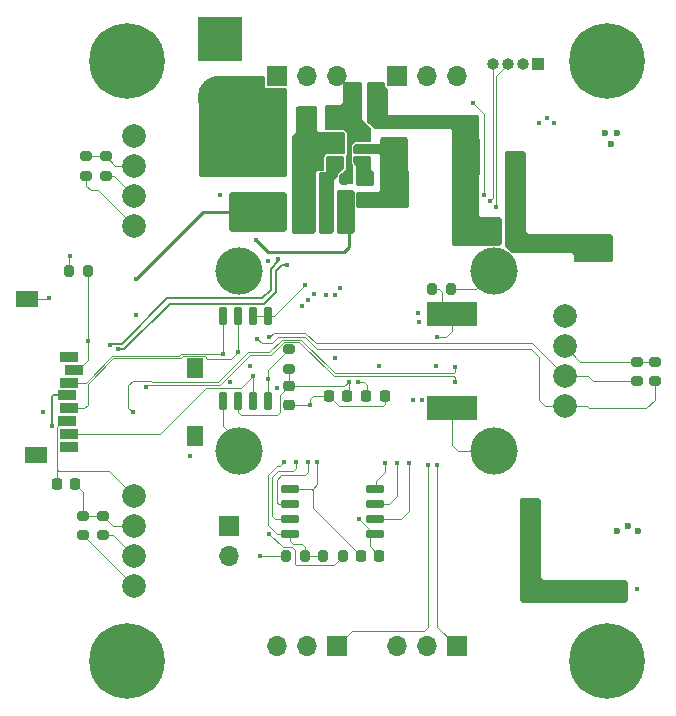
<source format=gbl>
G04 #@! TF.GenerationSoftware,KiCad,Pcbnew,7.0.7*
G04 #@! TF.CreationDate,2024-02-08T13:12:57-05:00*
G04 #@! TF.ProjectId,UMRT_FC_R2,554d5254-5f46-4435-9f52-322e6b696361,rev?*
G04 #@! TF.SameCoordinates,Original*
G04 #@! TF.FileFunction,Copper,L4,Bot*
G04 #@! TF.FilePolarity,Positive*
%FSLAX46Y46*%
G04 Gerber Fmt 4.6, Leading zero omitted, Abs format (unit mm)*
G04 Created by KiCad (PCBNEW 7.0.7) date 2024-02-08 13:12:57*
%MOMM*%
%LPD*%
G01*
G04 APERTURE LIST*
G04 Aperture macros list*
%AMRoundRect*
0 Rectangle with rounded corners*
0 $1 Rounding radius*
0 $2 $3 $4 $5 $6 $7 $8 $9 X,Y pos of 4 corners*
0 Add a 4 corners polygon primitive as box body*
4,1,4,$2,$3,$4,$5,$6,$7,$8,$9,$2,$3,0*
0 Add four circle primitives for the rounded corners*
1,1,$1+$1,$2,$3*
1,1,$1+$1,$4,$5*
1,1,$1+$1,$6,$7*
1,1,$1+$1,$8,$9*
0 Add four rect primitives between the rounded corners*
20,1,$1+$1,$2,$3,$4,$5,0*
20,1,$1+$1,$4,$5,$6,$7,0*
20,1,$1+$1,$6,$7,$8,$9,0*
20,1,$1+$1,$8,$9,$2,$3,0*%
G04 Aperture macros list end*
G04 #@! TA.AperFunction,ComponentPad*
%ADD10R,1.700000X1.700000*%
G04 #@! TD*
G04 #@! TA.AperFunction,ComponentPad*
%ADD11O,1.700000X1.700000*%
G04 #@! TD*
G04 #@! TA.AperFunction,ComponentPad*
%ADD12C,4.000000*%
G04 #@! TD*
G04 #@! TA.AperFunction,ComponentPad*
%ADD13R,3.800000X3.800000*%
G04 #@! TD*
G04 #@! TA.AperFunction,ComponentPad*
%ADD14C,3.800000*%
G04 #@! TD*
G04 #@! TA.AperFunction,ComponentPad*
%ADD15C,0.800000*%
G04 #@! TD*
G04 #@! TA.AperFunction,ComponentPad*
%ADD16C,6.400000*%
G04 #@! TD*
G04 #@! TA.AperFunction,ComponentPad*
%ADD17R,1.000000X1.000000*%
G04 #@! TD*
G04 #@! TA.AperFunction,ComponentPad*
%ADD18O,1.000000X1.000000*%
G04 #@! TD*
G04 #@! TA.AperFunction,ComponentPad*
%ADD19C,2.000000*%
G04 #@! TD*
G04 #@! TA.AperFunction,SMDPad,CuDef*
%ADD20RoundRect,0.200000X-0.275000X0.200000X-0.275000X-0.200000X0.275000X-0.200000X0.275000X0.200000X0*%
G04 #@! TD*
G04 #@! TA.AperFunction,SMDPad,CuDef*
%ADD21R,4.200000X2.000000*%
G04 #@! TD*
G04 #@! TA.AperFunction,SMDPad,CuDef*
%ADD22RoundRect,0.150000X-0.650000X-0.150000X0.650000X-0.150000X0.650000X0.150000X-0.650000X0.150000X0*%
G04 #@! TD*
G04 #@! TA.AperFunction,SMDPad,CuDef*
%ADD23RoundRect,0.070000X0.630000X0.630000X-0.630000X0.630000X-0.630000X-0.630000X0.630000X-0.630000X0*%
G04 #@! TD*
G04 #@! TA.AperFunction,SMDPad,CuDef*
%ADD24RoundRect,0.168000X2.262000X1.512000X-2.262000X1.512000X-2.262000X-1.512000X2.262000X-1.512000X0*%
G04 #@! TD*
G04 #@! TA.AperFunction,SMDPad,CuDef*
%ADD25RoundRect,0.250000X0.250000X0.475000X-0.250000X0.475000X-0.250000X-0.475000X0.250000X-0.475000X0*%
G04 #@! TD*
G04 #@! TA.AperFunction,SMDPad,CuDef*
%ADD26RoundRect,0.200000X-0.200000X-0.275000X0.200000X-0.275000X0.200000X0.275000X-0.200000X0.275000X0*%
G04 #@! TD*
G04 #@! TA.AperFunction,SMDPad,CuDef*
%ADD27RoundRect,0.225000X0.225000X0.250000X-0.225000X0.250000X-0.225000X-0.250000X0.225000X-0.250000X0*%
G04 #@! TD*
G04 #@! TA.AperFunction,SMDPad,CuDef*
%ADD28RoundRect,0.225000X-0.225000X-0.250000X0.225000X-0.250000X0.225000X0.250000X-0.225000X0.250000X0*%
G04 #@! TD*
G04 #@! TA.AperFunction,SMDPad,CuDef*
%ADD29RoundRect,0.250000X-0.475000X0.250000X-0.475000X-0.250000X0.475000X-0.250000X0.475000X0.250000X0*%
G04 #@! TD*
G04 #@! TA.AperFunction,SMDPad,CuDef*
%ADD30RoundRect,0.200000X0.200000X0.275000X-0.200000X0.275000X-0.200000X-0.275000X0.200000X-0.275000X0*%
G04 #@! TD*
G04 #@! TA.AperFunction,SMDPad,CuDef*
%ADD31RoundRect,0.200000X0.275000X-0.200000X0.275000X0.200000X-0.275000X0.200000X-0.275000X-0.200000X0*%
G04 #@! TD*
G04 #@! TA.AperFunction,SMDPad,CuDef*
%ADD32RoundRect,0.235000X-0.940000X-1.465000X0.940000X-1.465000X0.940000X1.465000X-0.940000X1.465000X0*%
G04 #@! TD*
G04 #@! TA.AperFunction,SMDPad,CuDef*
%ADD33RoundRect,0.225000X0.250000X-0.225000X0.250000X0.225000X-0.250000X0.225000X-0.250000X-0.225000X0*%
G04 #@! TD*
G04 #@! TA.AperFunction,SMDPad,CuDef*
%ADD34RoundRect,0.150000X-0.512500X-0.150000X0.512500X-0.150000X0.512500X0.150000X-0.512500X0.150000X0*%
G04 #@! TD*
G04 #@! TA.AperFunction,SMDPad,CuDef*
%ADD35RoundRect,0.150000X0.150000X-0.650000X0.150000X0.650000X-0.150000X0.650000X-0.150000X-0.650000X0*%
G04 #@! TD*
G04 #@! TA.AperFunction,SMDPad,CuDef*
%ADD36RoundRect,0.250000X-0.250000X-0.475000X0.250000X-0.475000X0.250000X0.475000X-0.250000X0.475000X0*%
G04 #@! TD*
G04 #@! TA.AperFunction,SMDPad,CuDef*
%ADD37R,1.498600X0.812800*%
G04 #@! TD*
G04 #@! TA.AperFunction,SMDPad,CuDef*
%ADD38R,1.905000X1.397000*%
G04 #@! TD*
G04 #@! TA.AperFunction,SMDPad,CuDef*
%ADD39R,1.397000X1.803400*%
G04 #@! TD*
G04 #@! TA.AperFunction,ViaPad*
%ADD40C,0.400000*%
G04 #@! TD*
G04 #@! TA.AperFunction,ViaPad*
%ADD41C,0.600000*%
G04 #@! TD*
G04 #@! TA.AperFunction,Conductor*
%ADD42C,0.090000*%
G04 #@! TD*
G04 #@! TA.AperFunction,Conductor*
%ADD43C,0.254000*%
G04 #@! TD*
G04 #@! TA.AperFunction,Conductor*
%ADD44C,0.127000*%
G04 #@! TD*
G04 #@! TA.AperFunction,Conductor*
%ADD45C,0.200000*%
G04 #@! TD*
G04 APERTURE END LIST*
D10*
X134620000Y-138430000D03*
D11*
X132080000Y-138430000D03*
X129540000Y-138430000D03*
D10*
X124460000Y-138430000D03*
D11*
X121920000Y-138430000D03*
X119380000Y-138430000D03*
D10*
X129540000Y-90170000D03*
D11*
X132080000Y-90170000D03*
X134620000Y-90170000D03*
D10*
X119380000Y-90170000D03*
D11*
X121920000Y-90170000D03*
X124460000Y-90170000D03*
D12*
X116205000Y-106680000D03*
X116205000Y-121920000D03*
X137795000Y-106680000D03*
X137795000Y-121920000D03*
D13*
X114554000Y-87035000D03*
D14*
X114554000Y-92035000D03*
D15*
X144920000Y-88900000D03*
X145622944Y-87202944D03*
X145622944Y-90597056D03*
X147320000Y-86500000D03*
D16*
X147320000Y-88900000D03*
D15*
X147320000Y-91300000D03*
X149017056Y-87202944D03*
X149017056Y-90597056D03*
X149720000Y-88900000D03*
D17*
X141478000Y-89154000D03*
D18*
X140208000Y-89154000D03*
X138938000Y-89154000D03*
X137668000Y-89154000D03*
D10*
X115316000Y-128265000D03*
D11*
X115316000Y-130805000D03*
D19*
X107315000Y-95250000D03*
X107315000Y-97790000D03*
X107315000Y-100330000D03*
X107315000Y-102870000D03*
D15*
X144920000Y-139700000D03*
X145622944Y-138002944D03*
X145622944Y-141397056D03*
X147320000Y-137300000D03*
D16*
X147320000Y-139700000D03*
D15*
X147320000Y-142100000D03*
X149017056Y-138002944D03*
X149017056Y-141397056D03*
X149720000Y-139700000D03*
D19*
X143764000Y-110490000D03*
X143764000Y-113030000D03*
X143764000Y-115570000D03*
X143764000Y-118110000D03*
D15*
X104280000Y-139700000D03*
X104982944Y-138002944D03*
X104982944Y-141397056D03*
X106680000Y-137300000D03*
D16*
X106680000Y-139700000D03*
D15*
X106680000Y-142100000D03*
X108377056Y-138002944D03*
X108377056Y-141397056D03*
X109080000Y-139700000D03*
X104280000Y-88900000D03*
X104982944Y-87202944D03*
X104982944Y-90597056D03*
X106680000Y-86500000D03*
D16*
X106680000Y-88900000D03*
D15*
X106680000Y-91300000D03*
X108377056Y-87202944D03*
X108377056Y-90597056D03*
X109080000Y-88900000D03*
D19*
X107315000Y-125730000D03*
X107315000Y-128270000D03*
X107315000Y-130810000D03*
X107315000Y-133350000D03*
D20*
X149860000Y-114364000D03*
X149860000Y-116014000D03*
D21*
X134239000Y-110300000D03*
X134239000Y-118300000D03*
D22*
X120543000Y-128905000D03*
X120543000Y-127635000D03*
X120543000Y-126365000D03*
X120543000Y-125095000D03*
X127743000Y-125095000D03*
X127743000Y-126365000D03*
X127743000Y-127635000D03*
X127743000Y-128905000D03*
D20*
X151384000Y-114364000D03*
X151384000Y-116014000D03*
D23*
X121793000Y-102551000D03*
X121793000Y-100711000D03*
D24*
X117813000Y-101631000D03*
D25*
X127569000Y-91506000D03*
X125669000Y-91506000D03*
D23*
X121793000Y-97852000D03*
X121793000Y-96012000D03*
D24*
X117813000Y-96932000D03*
D26*
X101791000Y-106680000D03*
X103441000Y-106680000D03*
D27*
X128093000Y-130810000D03*
X126543000Y-130810000D03*
D28*
X126987000Y-117221000D03*
X128537000Y-117221000D03*
D20*
X102997000Y-127382000D03*
X102997000Y-129032000D03*
D29*
X126873000Y-98872000D03*
X126873000Y-100772000D03*
D26*
X120143000Y-130810000D03*
X121793000Y-130810000D03*
D25*
X125435000Y-102682000D03*
X123535000Y-102682000D03*
D30*
X134175000Y-108204000D03*
X132525000Y-108204000D03*
D27*
X125349000Y-117221000D03*
X123799000Y-117221000D03*
D31*
X120396000Y-114934000D03*
X120396000Y-113284000D03*
D20*
X104902000Y-96965000D03*
X104902000Y-98615000D03*
X104648000Y-127382000D03*
X104648000Y-129032000D03*
D30*
X125095750Y-100523000D03*
X123445750Y-100523000D03*
D32*
X129334000Y-97028000D03*
X135384000Y-97028000D03*
D33*
X120396000Y-117996000D03*
X120396000Y-116446000D03*
D34*
X124338500Y-97282000D03*
X124338500Y-96332000D03*
X124338500Y-95382000D03*
X126613500Y-95382000D03*
X126613500Y-96332000D03*
X126613500Y-97282000D03*
D35*
X118618000Y-117646000D03*
X117348000Y-117646000D03*
X116078000Y-117646000D03*
X114808000Y-117646000D03*
X114808000Y-110446000D03*
X116078000Y-110446000D03*
X117348000Y-110446000D03*
X118618000Y-110446000D03*
D27*
X102311000Y-124714000D03*
X100761000Y-124714000D03*
D26*
X123318000Y-130810000D03*
X124968000Y-130810000D03*
D36*
X122113000Y-93538000D03*
X124013000Y-93538000D03*
D25*
X127569000Y-93538000D03*
X125669000Y-93538000D03*
D26*
X123445750Y-98872000D03*
X125095750Y-98872000D03*
D20*
X103251000Y-96965000D03*
X103251000Y-98615000D03*
D37*
X101834127Y-113924972D03*
X102240527Y-115017172D03*
X101834127Y-116109372D03*
X101630927Y-117201572D03*
X101834127Y-118293772D03*
X101630927Y-119385972D03*
X101834127Y-120478172D03*
X101834127Y-121570372D03*
D38*
X98285300Y-109004100D03*
X99006617Y-122247742D03*
D39*
X112471200Y-114922300D03*
X112471200Y-120637300D03*
D40*
X136017000Y-92456000D03*
X99568000Y-118618000D03*
X122809000Y-122809000D03*
X117094000Y-114681000D03*
X132842000Y-114681000D03*
X100076000Y-108966000D03*
X142240000Y-93726000D03*
X124333000Y-114046000D03*
X112014000Y-122301000D03*
X122174000Y-117983000D03*
X131445000Y-110998000D03*
X141605000Y-94107000D03*
X142875000Y-94107000D03*
X149860000Y-133604000D03*
D41*
X149987000Y-128651000D03*
X147193000Y-94996000D03*
X149098000Y-128270000D03*
X148209000Y-128651000D03*
X148209000Y-94996000D03*
X147701000Y-95885000D03*
D40*
X132969000Y-112268000D03*
X126238000Y-116078000D03*
X137160000Y-103505000D03*
X138176000Y-102489000D03*
X100330000Y-119761000D03*
X137160000Y-102489000D03*
X131318000Y-110236000D03*
X136144000Y-102489000D03*
X117983000Y-130810000D03*
X121793000Y-107823000D03*
X136144000Y-103505000D03*
X114554000Y-100203000D03*
X136652000Y-102997000D03*
X128016000Y-114681000D03*
X126365000Y-127635000D03*
X125476000Y-116078000D03*
X107442000Y-110363000D03*
X137668000Y-102997000D03*
X101854000Y-105410000D03*
X138176000Y-103505000D03*
X117602000Y-104013000D03*
X120269000Y-106172000D03*
X105918000Y-113284000D03*
X119507000Y-105664000D03*
X105283000Y-112903000D03*
X120015000Y-122809000D03*
X121539000Y-109601000D03*
X107442000Y-107315000D03*
X118745000Y-112268000D03*
X117729000Y-112395000D03*
X115443000Y-116078000D03*
X103428800Y-112572800D03*
X118618000Y-115824000D03*
X116078000Y-113538000D03*
X114808000Y-113665000D03*
X117348000Y-115570000D03*
X130937000Y-117602000D03*
X137414000Y-100711000D03*
X137922000Y-101219000D03*
X131699000Y-117602000D03*
X108331000Y-116459000D03*
X134493000Y-116078000D03*
X134493000Y-114808000D03*
X107188000Y-118618000D03*
X130556000Y-122936000D03*
X124714000Y-108077000D03*
X124333000Y-108712000D03*
X129540000Y-122936000D03*
X128524000Y-122936000D03*
X123571000Y-108712000D03*
X122047000Y-122809000D03*
X122555000Y-108585000D03*
X121031000Y-122809000D03*
X122047000Y-109093000D03*
X118745000Y-128905000D03*
X119380000Y-116586000D03*
X118618000Y-105791000D03*
X141351000Y-127254000D03*
X140335000Y-127254000D03*
X141351000Y-126238000D03*
D41*
X148336000Y-133350000D03*
X148336000Y-134366000D03*
D40*
X140843000Y-126746000D03*
X140335000Y-126238000D03*
X139065000Y-97917000D03*
X139573000Y-97409000D03*
D41*
X147320000Y-104267000D03*
X147320000Y-105410000D03*
D40*
X140081000Y-97917000D03*
X132207000Y-123063000D03*
X132969000Y-123063000D03*
X136906000Y-100203000D03*
D42*
X101288027Y-119385972D02*
X101630927Y-119385972D01*
X100761000Y-123571000D02*
X100761000Y-123444000D01*
X120396000Y-117996000D02*
X122161000Y-117996000D01*
X100888000Y-123571000D02*
X100761000Y-123698000D01*
X122428000Y-125095000D02*
X122809000Y-124714000D01*
X134175000Y-108204000D02*
X136271000Y-108204000D01*
X114808000Y-119761000D02*
X116205000Y-121158000D01*
X134239000Y-118300000D02*
X134239000Y-121412000D01*
X100965000Y-123571000D02*
X100888000Y-123571000D01*
X122161000Y-117996000D02*
X122174000Y-117983000D01*
X105156000Y-123571000D02*
X100965000Y-123571000D01*
X126543000Y-130810000D02*
X122428000Y-126695000D01*
X122809000Y-124714000D02*
X122809000Y-122809000D01*
X122428000Y-126695000D02*
X122428000Y-125222000D01*
X100761000Y-124714000D02*
X100761000Y-123698000D01*
X122428000Y-117221000D02*
X123799000Y-117221000D01*
X122301000Y-125095000D02*
X122428000Y-125095000D01*
X98285300Y-109004100D02*
X100037900Y-109004100D01*
X100888000Y-123571000D02*
X100761000Y-123444000D01*
X100761000Y-119912999D02*
X101288027Y-119385972D01*
X100761000Y-123444000D02*
X100761000Y-119912999D01*
X124688000Y-118110000D02*
X123799000Y-117221000D01*
X128537000Y-117970000D02*
X128397000Y-118110000D01*
X128397000Y-118110000D02*
X124688000Y-118110000D01*
X107315000Y-125730000D02*
X105156000Y-123571000D01*
X122428000Y-125222000D02*
X122428000Y-125095000D01*
X136271000Y-108204000D02*
X137795000Y-106680000D01*
X100761000Y-123698000D02*
X100761000Y-123571000D01*
X134747000Y-121920000D02*
X137795000Y-121920000D01*
X100037900Y-109004100D02*
X100076000Y-108966000D01*
X122174000Y-117983000D02*
X122174000Y-117475000D01*
X114808000Y-117646000D02*
X114808000Y-119761000D01*
X100114100Y-109004100D02*
X100164900Y-109004100D01*
X100965000Y-123571000D02*
X100761000Y-123571000D01*
X128537000Y-117221000D02*
X128537000Y-117970000D01*
X134239000Y-121412000D02*
X134747000Y-121920000D01*
X122174000Y-117475000D02*
X122428000Y-117221000D01*
X120543000Y-125095000D02*
X122301000Y-125095000D01*
X116205000Y-121158000D02*
X116205000Y-121920000D01*
X100076000Y-108966000D02*
X100114100Y-109004100D01*
X122301000Y-125095000D02*
X122428000Y-125222000D01*
X132525000Y-108204000D02*
X133096000Y-108204000D01*
X133350000Y-109411000D02*
X134239000Y-110300000D01*
X134239000Y-110300000D02*
X134239000Y-111760000D01*
X133096000Y-108204000D02*
X133350000Y-108458000D01*
X134239000Y-111760000D02*
X133731000Y-112268000D01*
X133731000Y-112268000D02*
X132969000Y-112268000D01*
X133350000Y-108458000D02*
X133350000Y-109411000D01*
X126238000Y-116078000D02*
X126746000Y-116078000D01*
X127000000Y-117208000D02*
X126987000Y-117221000D01*
X127000000Y-116332000D02*
X127000000Y-117208000D01*
X126746000Y-116078000D02*
X127000000Y-116332000D01*
X101791000Y-105347000D02*
X101791000Y-105346000D01*
X119634000Y-117208000D02*
X120396000Y-116446000D01*
X120143000Y-130810000D02*
X117983000Y-130810000D01*
X127743000Y-128905000D02*
X127635000Y-128905000D01*
X102997000Y-125400000D02*
X102997000Y-127382000D01*
X125108000Y-116446000D02*
X125476000Y-116078000D01*
X101854000Y-105410000D02*
X101791000Y-105347000D01*
X119380000Y-118872000D02*
X119634000Y-118618000D01*
X116332000Y-118872000D02*
X119380000Y-118872000D01*
X149860000Y-114364000D02*
X145098000Y-114364000D01*
X125476000Y-117094000D02*
X125349000Y-117221000D01*
X127254000Y-129971000D02*
X128093000Y-130810000D01*
X145098000Y-114364000D02*
X143764000Y-113030000D01*
X127254000Y-129032000D02*
X127254000Y-129971000D01*
X104648000Y-127382000D02*
X105536000Y-128270000D01*
X101791000Y-105346000D02*
X101854000Y-105283000D01*
X120649000Y-114681000D02*
X120396000Y-114934000D01*
X103251000Y-96965000D02*
X104902000Y-96965000D01*
X119634000Y-118618000D02*
X119634000Y-117208000D01*
D43*
X125476000Y-104648000D02*
X125095000Y-105029000D01*
D42*
X101791000Y-106680000D02*
X101791000Y-105473000D01*
X116078000Y-118618000D02*
X116332000Y-118872000D01*
X104902000Y-96965000D02*
X105727000Y-97790000D01*
X127743000Y-128905000D02*
X127381000Y-128905000D01*
X127381000Y-128905000D02*
X127254000Y-129032000D01*
X125435000Y-102682000D02*
X125476000Y-102723000D01*
X125476000Y-116078000D02*
X125476000Y-117094000D01*
X105727000Y-97790000D02*
X107315000Y-97790000D01*
D43*
X125095000Y-105029000D02*
X118618000Y-105029000D01*
D42*
X120396000Y-116446000D02*
X120396000Y-114934000D01*
X101791000Y-105473000D02*
X101854000Y-105410000D01*
D43*
X118618000Y-105029000D02*
X117602000Y-104013000D01*
D42*
X105536000Y-128270000D02*
X107315000Y-128270000D01*
X118618000Y-110446000D02*
X119170000Y-110446000D01*
X151384000Y-114364000D02*
X149860000Y-114364000D01*
X116078000Y-117646000D02*
X116078000Y-118618000D01*
D44*
X100476428Y-117201572D02*
X100330000Y-117348000D01*
D42*
X127635000Y-128905000D02*
X126365000Y-127635000D01*
X102311000Y-124714000D02*
X102997000Y-125400000D01*
D44*
X100330000Y-117348000D02*
X100330000Y-119761000D01*
D42*
X119170000Y-110446000D02*
X121793000Y-107823000D01*
X120396000Y-116446000D02*
X125108000Y-116446000D01*
D43*
X125476000Y-102723000D02*
X125476000Y-104648000D01*
D42*
X102997000Y-127382000D02*
X104648000Y-127382000D01*
D44*
X101630927Y-117201572D02*
X100476428Y-117201572D01*
D42*
X117348000Y-110446000D02*
X118618000Y-110446000D01*
D45*
X105918000Y-113284000D02*
X105960465Y-113268696D01*
X120269000Y-106172000D02*
X119825199Y-106172000D01*
X118330200Y-109445000D02*
X110329200Y-109445000D01*
X106505504Y-113268696D02*
X105991073Y-113268696D01*
X119825199Y-106172000D02*
X119351000Y-106646199D01*
X105960465Y-113268696D02*
X105975769Y-113268696D01*
X105991073Y-113268696D02*
X105918000Y-113284000D01*
X110329200Y-109445000D02*
X106505504Y-113268696D01*
X119351000Y-108424200D02*
X118330200Y-109445000D01*
X119351000Y-106646199D02*
X119351000Y-108424200D01*
X119507000Y-105853801D02*
X118901000Y-106459801D01*
X105975769Y-112818696D02*
X105367304Y-112818696D01*
X118143800Y-108995000D02*
X110142800Y-108995000D01*
X119507000Y-105664000D02*
X119507000Y-105853801D01*
X118901000Y-106459801D02*
X118901000Y-108237800D01*
X118901000Y-108237800D02*
X118143800Y-108995000D01*
X105367304Y-112818696D02*
X105283000Y-112903000D01*
X106319104Y-112818696D02*
X105975769Y-112818696D01*
X110142800Y-108995000D02*
X106319104Y-112818696D01*
D42*
X120777000Y-129794000D02*
X120523000Y-129540000D01*
X123318000Y-130810000D02*
X121793000Y-130810000D01*
X120523000Y-128925000D02*
X120543000Y-128905000D01*
X120543000Y-128905000D02*
X119380000Y-128905000D01*
X118618000Y-128143000D02*
X118618000Y-123952000D01*
X120523000Y-129540000D02*
X120523000Y-128925000D01*
X119380000Y-123190000D02*
X119634000Y-123190000D01*
X119634000Y-123190000D02*
X120015000Y-122809000D01*
X118618000Y-123952000D02*
X119380000Y-123190000D01*
X121793000Y-130048000D02*
X121539000Y-129794000D01*
X121793000Y-130810000D02*
X121793000Y-130048000D01*
X121539000Y-129794000D02*
X120777000Y-129794000D01*
X119380000Y-128905000D02*
X118618000Y-128143000D01*
D43*
X113126000Y-101631000D02*
X117813000Y-101631000D01*
X107442000Y-107315000D02*
X113126000Y-101631000D01*
D42*
X117813000Y-101631000D02*
X117717000Y-101727000D01*
X103632000Y-99822000D02*
X103251000Y-99441000D01*
X103251000Y-99441000D02*
X103251000Y-98615000D01*
X104267000Y-99822000D02*
X103632000Y-99822000D01*
X107315000Y-102870000D02*
X104267000Y-99822000D01*
X104902000Y-98615000D02*
X105600000Y-98615000D01*
X105600000Y-98615000D02*
X107315000Y-100330000D01*
X119126000Y-111887000D02*
X121793000Y-111887000D01*
X146211000Y-116014000D02*
X149860000Y-116014000D01*
X143764000Y-115570000D02*
X145767000Y-115570000D01*
X122682000Y-112776000D02*
X140970000Y-112776000D01*
X121793000Y-111887000D02*
X122682000Y-112776000D01*
X145767000Y-115570000D02*
X146211000Y-116014000D01*
X140970000Y-112776000D02*
X143764000Y-115570000D01*
X118745000Y-112268000D02*
X119126000Y-111887000D01*
X118110000Y-112776000D02*
X118999000Y-112776000D01*
X140956000Y-113270000D02*
X141605000Y-113919000D01*
X142113000Y-118110000D02*
X143764000Y-118110000D01*
X151384000Y-117602000D02*
X151384000Y-116014000D01*
X145849000Y-118290000D02*
X150696000Y-118290000D01*
X122795000Y-113270000D02*
X140956000Y-113270000D01*
X145669000Y-118110000D02*
X143764000Y-118110000D01*
X145669000Y-118110000D02*
X145849000Y-118290000D01*
X141605000Y-113919000D02*
X141605000Y-117602000D01*
X119634000Y-112268000D02*
X121793000Y-112268000D01*
X141605000Y-117602000D02*
X142113000Y-118110000D01*
X119507000Y-112268000D02*
X119634000Y-112268000D01*
X150696000Y-118290000D02*
X151384000Y-117602000D01*
X118999000Y-112776000D02*
X119507000Y-112268000D01*
X117729000Y-112395000D02*
X118110000Y-112776000D01*
X121793000Y-112268000D02*
X122795000Y-113270000D01*
X107315000Y-133350000D02*
X102997000Y-129032000D01*
X105537000Y-129032000D02*
X107315000Y-130810000D01*
X104648000Y-129032000D02*
X105537000Y-129032000D01*
X103441000Y-106680000D02*
X103441000Y-114186200D01*
X102610028Y-115017172D02*
X102240527Y-115017172D01*
X103441000Y-114186200D02*
X102610028Y-115017172D01*
X103505000Y-106744000D02*
X103441000Y-106680000D01*
X118618000Y-115824000D02*
X118618000Y-117646000D01*
X118618000Y-115062000D02*
X118618000Y-115824000D01*
X120396000Y-113284000D02*
X118618000Y-115062000D01*
X116078000Y-113538000D02*
X116078000Y-110446000D01*
X115531000Y-114085000D02*
X113524000Y-114085000D01*
X111453000Y-113845000D02*
X111252000Y-114046000D01*
X111252000Y-114046000D02*
X105537000Y-114046000D01*
X105473500Y-114109500D02*
X103378000Y-116205000D01*
X113284000Y-113845000D02*
X111453000Y-113845000D01*
X103378000Y-116205000D02*
X103378000Y-117983000D01*
X113524000Y-114085000D02*
X113284000Y-113845000D01*
X105537000Y-114046000D02*
X105473500Y-114109500D01*
X103067228Y-118293772D02*
X101834127Y-118293772D01*
X103378000Y-117983000D02*
X103067228Y-118293772D01*
X116078000Y-113538000D02*
X115531000Y-114085000D01*
X103219628Y-116109372D02*
X101834127Y-116109372D01*
X111125000Y-113866000D02*
X105462441Y-113866001D01*
X114808000Y-113665000D02*
X111326000Y-113665000D01*
X114808000Y-113665000D02*
X114808000Y-110446000D01*
X111326000Y-113665000D02*
X111125000Y-113866000D01*
X105462441Y-113866001D02*
X103219349Y-116109093D01*
X116332000Y-116586000D02*
X117348000Y-115570000D01*
X117348000Y-115570000D02*
X117348000Y-117646000D01*
X101834127Y-120478172D02*
X109518828Y-120478172D01*
X113411000Y-116586000D02*
X116332000Y-116586000D01*
X109518828Y-120478172D02*
X113411000Y-116586000D01*
X137668000Y-100457000D02*
X137668000Y-89154000D01*
X137414000Y-100711000D02*
X137668000Y-100457000D01*
X137922000Y-101219000D02*
X137922000Y-90170000D01*
X137922000Y-90170000D02*
X138938000Y-89154000D01*
X108331000Y-116586000D02*
X108331000Y-116459000D01*
X134493000Y-116078000D02*
X134493000Y-115697000D01*
X118872000Y-113792000D02*
X117094000Y-113792000D01*
X134366000Y-115570000D02*
X124206000Y-115570000D01*
X117094000Y-113792000D02*
X114554000Y-116332000D01*
X108458000Y-116332000D02*
X108331000Y-116586000D01*
X114554000Y-116332000D02*
X108458000Y-116332000D01*
X121285000Y-112649000D02*
X120015000Y-112649000D01*
X124206000Y-115570000D02*
X121285000Y-112649000D01*
X134493000Y-115697000D02*
X134366000Y-115570000D01*
X120015000Y-112649000D02*
X118872000Y-113792000D01*
X134493000Y-114808000D02*
X134493000Y-115189000D01*
X114427000Y-116078000D02*
X108839000Y-116078000D01*
X107188000Y-115951000D02*
X106807000Y-116332000D01*
X106807000Y-116332000D02*
X106807000Y-118237000D01*
X124333000Y-115316000D02*
X121486000Y-112469000D01*
X134493000Y-115189000D02*
X134366000Y-115316000D01*
X121486000Y-112469000D02*
X119814000Y-112469000D01*
X119814000Y-112469000D02*
X118745000Y-113538000D01*
X108712000Y-115951000D02*
X107188000Y-115951000D01*
X116967000Y-113538000D02*
X114427000Y-116078000D01*
X118745000Y-113538000D02*
X116967000Y-113538000D01*
X108839000Y-116078000D02*
X108712000Y-115951000D01*
X134366000Y-115316000D02*
X124333000Y-115316000D01*
X106807000Y-118237000D02*
X107188000Y-118618000D01*
X129921000Y-127635000D02*
X127743000Y-127635000D01*
X130556000Y-122936000D02*
X130556000Y-127000000D01*
X130556000Y-127000000D02*
X129921000Y-127635000D01*
X129540000Y-122936000D02*
X129540000Y-125730000D01*
X129540000Y-125730000D02*
X128905000Y-126365000D01*
X128905000Y-126365000D02*
X127743000Y-126365000D01*
X127762000Y-124460000D02*
X127762000Y-125076000D01*
X127762000Y-125076000D02*
X127743000Y-125095000D01*
X128524000Y-122936000D02*
X128524000Y-123698000D01*
X128524000Y-123698000D02*
X127762000Y-124460000D01*
X122047000Y-122809000D02*
X122047000Y-123698000D01*
X121793000Y-123952000D02*
X119761000Y-123952000D01*
X122047000Y-123698000D02*
X121793000Y-123952000D01*
X119761000Y-123952000D02*
X119380000Y-124333000D01*
X119380000Y-124333000D02*
X119380000Y-126238000D01*
X119380000Y-126238000D02*
X119507000Y-126365000D01*
X119507000Y-126365000D02*
X120543000Y-126365000D01*
X119507000Y-123571000D02*
X118999000Y-124079000D01*
X119253000Y-127635000D02*
X120543000Y-127635000D01*
X120777000Y-123571000D02*
X119507000Y-123571000D01*
X121031000Y-122809000D02*
X121031000Y-123317000D01*
X118999000Y-127381000D02*
X119253000Y-127635000D01*
X121031000Y-123317000D02*
X120777000Y-123571000D01*
X118999000Y-124079000D02*
X118999000Y-127381000D01*
X119888000Y-130048000D02*
X120650000Y-130048000D01*
X118745000Y-128905000D02*
X119888000Y-130048000D01*
X124206000Y-131572000D02*
X124968000Y-130810000D01*
X121031000Y-131572000D02*
X124206000Y-131572000D01*
X120904000Y-131445000D02*
X121031000Y-131572000D01*
X120650000Y-130048000D02*
X120904000Y-130302000D01*
X120904000Y-130302000D02*
X120904000Y-131445000D01*
X125730000Y-137160000D02*
X124460000Y-138430000D01*
X132207000Y-123063000D02*
X132207000Y-136779000D01*
X132207000Y-136779000D02*
X131826000Y-137160000D01*
X131826000Y-137160000D02*
X125730000Y-137160000D01*
X132969000Y-123063000D02*
X132969000Y-136779000D01*
X132969000Y-136779000D02*
X134620000Y-138430000D01*
X136906000Y-93345000D02*
X136017000Y-92456000D01*
X136906000Y-100076000D02*
X136906000Y-93345000D01*
G04 #@! TA.AperFunction,Conductor*
G36*
X118345539Y-90189685D02*
G01*
X118391294Y-90242489D01*
X118402500Y-90294000D01*
X118402500Y-91032558D01*
X118409898Y-91069749D01*
X118438077Y-91111922D01*
X118480250Y-91140101D01*
X118480252Y-91140102D01*
X118508205Y-91145662D01*
X118517441Y-91147500D01*
X120145000Y-91147500D01*
X120212039Y-91167185D01*
X120257794Y-91219989D01*
X120269000Y-91271500D01*
X120269000Y-98500637D01*
X120249315Y-98567676D01*
X120232682Y-98588317D01*
X120178320Y-98642680D01*
X120116997Y-98676166D01*
X120090638Y-98679000D01*
X112954362Y-98679000D01*
X112887323Y-98659315D01*
X112866681Y-98642681D01*
X112812319Y-98588319D01*
X112778834Y-98526996D01*
X112776000Y-98500638D01*
X112776000Y-92121255D01*
X112795685Y-92054216D01*
X112806295Y-92040044D01*
X113472367Y-91271500D01*
X114389916Y-90212788D01*
X114448697Y-90175020D01*
X114483621Y-90170000D01*
X118278500Y-90170000D01*
X118345539Y-90189685D01*
G37*
G04 #@! TD.AperFunction*
G04 #@! TA.AperFunction,Conductor*
G36*
X125872677Y-99841685D02*
G01*
X125893319Y-99858319D01*
X125947681Y-99912681D01*
X125981166Y-99974004D01*
X125984000Y-100000362D01*
X125984000Y-103326638D01*
X125964315Y-103393677D01*
X125947681Y-103414319D01*
X125893319Y-103468681D01*
X125831996Y-103502166D01*
X125805638Y-103505000D01*
X124638362Y-103505000D01*
X124571323Y-103485315D01*
X124550681Y-103468681D01*
X124496319Y-103414319D01*
X124462834Y-103352996D01*
X124460000Y-103326638D01*
X124460000Y-100000361D01*
X124479685Y-99933322D01*
X124496315Y-99912684D01*
X124550681Y-99858318D01*
X124612005Y-99824834D01*
X124638362Y-99822000D01*
X125805638Y-99822000D01*
X125872677Y-99841685D01*
G37*
G04 #@! TD.AperFunction*
G04 #@! TA.AperFunction,Conductor*
G36*
X128505539Y-90697685D02*
G01*
X128551294Y-90750489D01*
X128562500Y-90802000D01*
X128562500Y-91032558D01*
X128569898Y-91069749D01*
X128598077Y-91111922D01*
X128626257Y-91130750D01*
X128640252Y-91140102D01*
X128677442Y-91147500D01*
X128677443Y-91147500D01*
X128678192Y-91147649D01*
X128740103Y-91180035D01*
X128774677Y-91240751D01*
X128778000Y-91269265D01*
X128778000Y-93345000D01*
X128905000Y-93472000D01*
X136346638Y-93472000D01*
X136413677Y-93491685D01*
X136434318Y-93508318D01*
X136488681Y-93562681D01*
X136522166Y-93624002D01*
X136525000Y-93650361D01*
X136525000Y-95507000D01*
X136505315Y-95574039D01*
X136452511Y-95619794D01*
X136401000Y-95631000D01*
X134363000Y-95631000D01*
X134295961Y-95611315D01*
X134250206Y-95558511D01*
X134239000Y-95507000D01*
X134239000Y-94742000D01*
X134112000Y-94615000D01*
X127686362Y-94615000D01*
X127619323Y-94595315D01*
X127598681Y-94578681D01*
X127036319Y-94016318D01*
X127002834Y-93954995D01*
X127000000Y-93928637D01*
X127000000Y-90856362D01*
X127019685Y-90789323D01*
X127036319Y-90768681D01*
X127090681Y-90714319D01*
X127152004Y-90680834D01*
X127178362Y-90678000D01*
X128438500Y-90678000D01*
X128505539Y-90697685D01*
G37*
G04 #@! TD.AperFunction*
G04 #@! TA.AperFunction,Conductor*
G36*
X122428000Y-98298000D02*
G01*
X122682000Y-98298000D01*
X122682000Y-103326638D01*
X122662315Y-103393677D01*
X122645681Y-103414319D01*
X122591319Y-103468681D01*
X122529996Y-103502166D01*
X122503638Y-103505000D01*
X120828362Y-103505000D01*
X120761323Y-103485315D01*
X120740681Y-103468681D01*
X120686319Y-103414319D01*
X120652834Y-103352996D01*
X120650000Y-103326638D01*
X120650000Y-95301361D01*
X120669685Y-95234322D01*
X120686310Y-95213689D01*
X120777000Y-95123000D01*
X122428000Y-98298000D01*
G37*
G04 #@! TD.AperFunction*
G04 #@! TA.AperFunction,Conductor*
G36*
X126507677Y-90697685D02*
G01*
X126528319Y-90714319D01*
X126582681Y-90768681D01*
X126616166Y-90830004D01*
X126619000Y-90856362D01*
X126619000Y-93853000D01*
X127344680Y-94578680D01*
X127378165Y-94640003D01*
X127380999Y-94666361D01*
X127381000Y-95579638D01*
X127361316Y-95646677D01*
X127344681Y-95667319D01*
X127290319Y-95721681D01*
X127228996Y-95755166D01*
X127202638Y-95758000D01*
X125983999Y-95758000D01*
X125730000Y-96011999D01*
X125730000Y-97536000D01*
X125820681Y-97626681D01*
X125854166Y-97688004D01*
X125857000Y-97714362D01*
X125857000Y-99135637D01*
X125837315Y-99202676D01*
X125820682Y-99223317D01*
X125766320Y-99277680D01*
X125704997Y-99311166D01*
X125678638Y-99314000D01*
X124892362Y-99314000D01*
X124825323Y-99294315D01*
X124804681Y-99277681D01*
X124750319Y-99223319D01*
X124716834Y-99161996D01*
X124714000Y-99135638D01*
X124714000Y-98603362D01*
X124733685Y-98536323D01*
X124750319Y-98515681D01*
X124750319Y-98515680D01*
X125222000Y-98044000D01*
X125222000Y-96952362D01*
X125241685Y-96885323D01*
X125258319Y-96864681D01*
X125349000Y-96774000D01*
X125349000Y-94996000D01*
X125095000Y-94742000D01*
X123622362Y-94742000D01*
X123555323Y-94722315D01*
X123534681Y-94705681D01*
X123480319Y-94651319D01*
X123446834Y-94589996D01*
X123444000Y-94563638D01*
X123444000Y-92761362D01*
X123463685Y-92694323D01*
X123480319Y-92673681D01*
X123534681Y-92619319D01*
X123596004Y-92585834D01*
X123622362Y-92583000D01*
X124714000Y-92583000D01*
X124968000Y-92329000D01*
X124968000Y-90856358D01*
X124987684Y-90789323D01*
X125004314Y-90768685D01*
X125058681Y-90714318D01*
X125120005Y-90680834D01*
X125146362Y-90678000D01*
X126440638Y-90678000D01*
X126507677Y-90697685D01*
G37*
G04 #@! TD.AperFunction*
G04 #@! TA.AperFunction,Conductor*
G36*
X141620677Y-125876685D02*
G01*
X141641319Y-125893319D01*
X141695681Y-125947681D01*
X141729166Y-126009004D01*
X141732000Y-126035361D01*
X141732000Y-132588000D01*
X141986000Y-132842000D01*
X148919638Y-132842000D01*
X148986677Y-132861685D01*
X149007319Y-132878319D01*
X149061681Y-132932681D01*
X149095166Y-132994004D01*
X149098000Y-133020362D01*
X149098000Y-134568638D01*
X149078315Y-134635677D01*
X149061681Y-134656319D01*
X149007319Y-134710681D01*
X148945996Y-134744166D01*
X148919638Y-134747000D01*
X140259362Y-134747000D01*
X140192323Y-134727315D01*
X140171681Y-134710681D01*
X139990319Y-134529319D01*
X139956834Y-134467996D01*
X139954000Y-134441638D01*
X139954000Y-126035361D01*
X139973685Y-125968322D01*
X139990315Y-125947684D01*
X140044682Y-125893317D01*
X140106005Y-125859834D01*
X140132362Y-125857000D01*
X141553638Y-125857000D01*
X141620677Y-125876685D01*
G37*
G04 #@! TD.AperFunction*
G04 #@! TA.AperFunction,Conductor*
G36*
X124983677Y-96920685D02*
G01*
X125004319Y-96937319D01*
X125053181Y-96986181D01*
X125086666Y-97047504D01*
X125089500Y-97073862D01*
X125089500Y-97871137D01*
X125069815Y-97938176D01*
X125053181Y-97958818D01*
X124587000Y-98424999D01*
X124587000Y-98456694D01*
X124577008Y-98501770D01*
X124577184Y-98501822D01*
X124576401Y-98504505D01*
X124575385Y-98509093D01*
X124574530Y-98510925D01*
X124574527Y-98510934D01*
X124568250Y-98558623D01*
X124568250Y-98646387D01*
X124548565Y-98713426D01*
X124531931Y-98734068D01*
X124206000Y-99059999D01*
X124206000Y-103326638D01*
X124186315Y-103393677D01*
X124169681Y-103414319D01*
X124115319Y-103468681D01*
X124053996Y-103502166D01*
X124027638Y-103505000D01*
X123114362Y-103505000D01*
X123047323Y-103485315D01*
X123026681Y-103468681D01*
X122972319Y-103414319D01*
X122938834Y-103352996D01*
X122936000Y-103326638D01*
X122936000Y-98476361D01*
X122955685Y-98409322D01*
X122972315Y-98388684D01*
X123026681Y-98334318D01*
X123088005Y-98300834D01*
X123114362Y-98298000D01*
X123444000Y-98298000D01*
X123571000Y-98171000D01*
X123571000Y-97079362D01*
X123590685Y-97012323D01*
X123607319Y-96991681D01*
X123661681Y-96937319D01*
X123723004Y-96903834D01*
X123749362Y-96901000D01*
X124916638Y-96901000D01*
X124983677Y-96920685D01*
G37*
G04 #@! TD.AperFunction*
G04 #@! TA.AperFunction,Conductor*
G36*
X140350677Y-96539685D02*
G01*
X140371319Y-96556319D01*
X140425681Y-96610681D01*
X140459166Y-96672004D01*
X140462000Y-96698361D01*
X140462000Y-103251000D01*
X140716000Y-103505000D01*
X147649638Y-103505000D01*
X147716677Y-103524685D01*
X147737319Y-103541319D01*
X147791681Y-103595681D01*
X147825166Y-103657004D01*
X147828000Y-103683362D01*
X147828000Y-105739638D01*
X147808315Y-105806677D01*
X147791681Y-105827319D01*
X147737319Y-105881681D01*
X147675996Y-105915166D01*
X147649638Y-105918000D01*
X144704362Y-105918000D01*
X144637323Y-105898315D01*
X144616681Y-105881681D01*
X144562319Y-105827319D01*
X144528834Y-105765996D01*
X144526000Y-105739638D01*
X144526000Y-105283000D01*
X144399000Y-105156000D01*
X139370362Y-105156000D01*
X139303323Y-105136315D01*
X139282681Y-105119681D01*
X138720319Y-104557319D01*
X138686834Y-104495996D01*
X138684000Y-104469638D01*
X138684000Y-96698362D01*
X138703685Y-96631323D01*
X138720319Y-96610681D01*
X138774681Y-96556319D01*
X138836004Y-96522834D01*
X138862362Y-96520000D01*
X140283638Y-96520000D01*
X140350677Y-96539685D01*
G37*
G04 #@! TD.AperFunction*
G04 #@! TA.AperFunction,Conductor*
G36*
X136468039Y-97047685D02*
G01*
X136513794Y-97100489D01*
X136525000Y-97152000D01*
X136525000Y-101981000D01*
X136652000Y-102108000D01*
X138251638Y-102108000D01*
X138318677Y-102127685D01*
X138339319Y-102144319D01*
X138393681Y-102198681D01*
X138427166Y-102260004D01*
X138430000Y-102286362D01*
X138430000Y-104342637D01*
X138410315Y-104409676D01*
X138393682Y-104430317D01*
X138339320Y-104484680D01*
X138277997Y-104518166D01*
X138251638Y-104521000D01*
X134417362Y-104521000D01*
X134350323Y-104501315D01*
X134329681Y-104484681D01*
X134275319Y-104430319D01*
X134241834Y-104368996D01*
X134239000Y-104342638D01*
X134239000Y-97152000D01*
X134258685Y-97084961D01*
X134311489Y-97039206D01*
X134363000Y-97028000D01*
X136401000Y-97028000D01*
X136468039Y-97047685D01*
G37*
G04 #@! TD.AperFunction*
G04 #@! TA.AperFunction,Conductor*
G36*
X122697677Y-92729685D02*
G01*
X122718318Y-92746318D01*
X122772681Y-92800681D01*
X122806166Y-92862002D01*
X122809000Y-92888360D01*
X122809000Y-94742000D01*
X122935609Y-94869000D01*
X123575237Y-94869000D01*
X123592882Y-94870262D01*
X123604542Y-94871938D01*
X123622362Y-94874500D01*
X124988754Y-94874500D01*
X125055793Y-94894185D01*
X125076435Y-94910819D01*
X125180180Y-95014564D01*
X125213665Y-95075887D01*
X125216499Y-95102245D01*
X125216499Y-96601137D01*
X125196814Y-96668176D01*
X125180181Y-96688817D01*
X125131319Y-96737680D01*
X125069996Y-96771166D01*
X125043637Y-96774000D01*
X124963763Y-96774000D01*
X124946118Y-96772738D01*
X124916641Y-96768500D01*
X124916638Y-96768500D01*
X123745813Y-96768500D01*
X123743450Y-96768626D01*
X123738722Y-96768880D01*
X123738721Y-96768880D01*
X123711907Y-96771763D01*
X123702782Y-96772744D01*
X123702741Y-96772369D01*
X123686909Y-96774000D01*
X123570999Y-96774000D01*
X123444000Y-96900999D01*
X123444000Y-97032237D01*
X123442738Y-97049882D01*
X123438500Y-97079358D01*
X123438500Y-97998136D01*
X123418815Y-98065175D01*
X123402182Y-98085816D01*
X123358819Y-98129180D01*
X123297496Y-98162666D01*
X123271137Y-98165500D01*
X123110813Y-98165500D01*
X123103725Y-98165880D01*
X123077636Y-98168684D01*
X123067784Y-98169744D01*
X123067743Y-98169369D01*
X123051910Y-98171000D01*
X122808999Y-98171000D01*
X122682000Y-98297999D01*
X122682000Y-98298000D01*
X122428000Y-98298000D01*
X120777000Y-95123000D01*
X121031000Y-94869000D01*
X121031000Y-92888361D01*
X121050685Y-92821323D01*
X121067319Y-92800681D01*
X121121681Y-92746319D01*
X121183004Y-92712834D01*
X121209362Y-92710000D01*
X122630638Y-92710000D01*
X122697677Y-92729685D01*
G37*
G04 #@! TD.AperFunction*
G04 #@! TA.AperFunction,Conductor*
G36*
X130444677Y-98063685D02*
G01*
X130465319Y-98080319D01*
X130519681Y-98134681D01*
X130553166Y-98196004D01*
X130556000Y-98222362D01*
X130556000Y-101167638D01*
X130536315Y-101234677D01*
X130519681Y-101255319D01*
X130465319Y-101309681D01*
X130403996Y-101343166D01*
X130377638Y-101346000D01*
X126289362Y-101346000D01*
X126222323Y-101326315D01*
X126201681Y-101309681D01*
X126152819Y-101260819D01*
X126119334Y-101199496D01*
X126116500Y-101173138D01*
X126116500Y-100121862D01*
X126136185Y-100054823D01*
X126152820Y-100034180D01*
X126201683Y-99985318D01*
X126263006Y-99951834D01*
X126289363Y-99949000D01*
X128016000Y-99949000D01*
X128143000Y-99822000D01*
X128143000Y-98222360D01*
X128162685Y-98155322D01*
X128179315Y-98134684D01*
X128233681Y-98080317D01*
X128295005Y-98046834D01*
X128321362Y-98044000D01*
X130377638Y-98044000D01*
X130444677Y-98063685D01*
G37*
G04 #@! TD.AperFunction*
G04 #@! TA.AperFunction,Conductor*
G36*
X128316333Y-95687179D02*
G01*
X128372267Y-95729050D01*
X128396684Y-95794515D01*
X128397000Y-95803361D01*
X128397000Y-96855638D01*
X128377315Y-96922677D01*
X128324511Y-96968432D01*
X128255353Y-96978376D01*
X128191797Y-96949351D01*
X128185319Y-96943319D01*
X128016000Y-96774000D01*
X126035362Y-96774000D01*
X125968323Y-96754315D01*
X125947681Y-96737681D01*
X125898819Y-96688819D01*
X125865334Y-96627496D01*
X125862500Y-96601138D01*
X125862500Y-96118244D01*
X125882185Y-96051205D01*
X125898813Y-96030568D01*
X126002565Y-95926817D01*
X126063887Y-95893334D01*
X126090245Y-95890500D01*
X127206185Y-95890500D01*
X127206187Y-95890500D01*
X127208549Y-95890373D01*
X127213278Y-95890120D01*
X127213278Y-95890119D01*
X127243161Y-95886907D01*
X127243160Y-95886907D01*
X127249218Y-95886256D01*
X127249258Y-95886630D01*
X127265091Y-95885000D01*
X128016000Y-95885000D01*
X128185321Y-95715678D01*
X128246642Y-95682195D01*
X128316333Y-95687179D01*
G37*
G04 #@! TD.AperFunction*
G04 #@! TA.AperFunction,Conductor*
G36*
X127275177Y-96926185D02*
G01*
X127295819Y-96942819D01*
X127344681Y-96991681D01*
X127378166Y-97053004D01*
X127381000Y-97079362D01*
X127380999Y-98043999D01*
X127598681Y-98261681D01*
X127632166Y-98323004D01*
X127635000Y-98349362D01*
X127635000Y-99262638D01*
X127615315Y-99329677D01*
X127598681Y-99350319D01*
X127544319Y-99404681D01*
X127482996Y-99438166D01*
X127456638Y-99441000D01*
X126289362Y-99441000D01*
X126222323Y-99421315D01*
X126201681Y-99404681D01*
X126147319Y-99350319D01*
X126113834Y-99288996D01*
X126111000Y-99262638D01*
X126111000Y-97790000D01*
X126003381Y-97682381D01*
X125972728Y-97631753D01*
X125970458Y-97624503D01*
X125936973Y-97563180D01*
X125914373Y-97532989D01*
X125898819Y-97517435D01*
X125865334Y-97456112D01*
X125862500Y-97429754D01*
X125862500Y-97073861D01*
X125882185Y-97006822D01*
X125898814Y-96986185D01*
X125942254Y-96942745D01*
X126003575Y-96909262D01*
X126030934Y-96907311D01*
X126030934Y-96906500D01*
X126035362Y-96906500D01*
X127208138Y-96906500D01*
X127275177Y-96926185D01*
G37*
G04 #@! TD.AperFunction*
M02*

</source>
